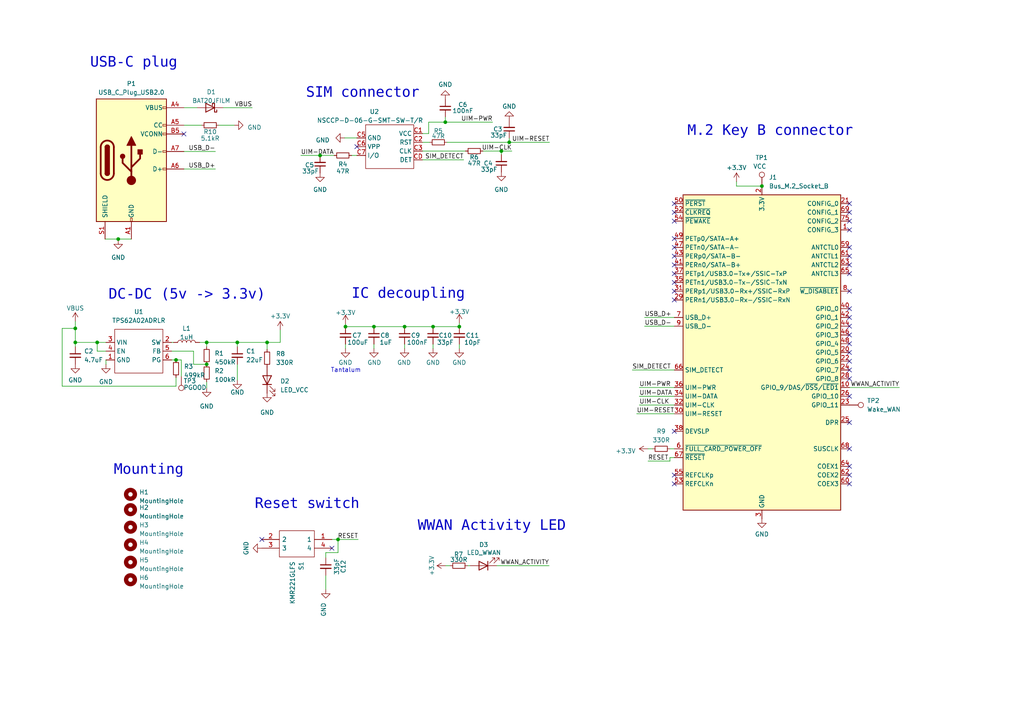
<source format=kicad_sch>
(kicad_sch (version 20230121) (generator eeschema)
  (paper "A4")
  (lib_symbols
    (symbol "Connector:Bus_M.2_Socket_B"
      (property "Reference" "J" (at -22.86 46.99 0))
      (property "Value" "Bus_M.2_Socket_B" (at 16.51 46.99 0))
      (symbol "Bus_M.2_Socket_B_0_1"
        (rectangle (start -22.86 45.72) (end 22.86 -45.72) (stroke (width 0.254)) (fill (type background)))
      )
      (symbol "Bus_M.2_Socket_B_1_1"
        (pin input line (at 25.4 35.56 180) (length 2.54) (name "CONFIG_3") (number "1"))
        (pin bidirectional line (at 25.4 -10.16 180) (length 2.54) (name "GPIO_9/DAS/~{DSS}/~{LED1}") (number "10"))
        (pin passive line (at 0 -48.26 90) (length 2.54) hide (name "GND") (number "11"))
        (pin power_in line (at 0 48.26 270) (length 2.54) (name "3.3V") (number "2"))
        (pin bidirectional line (at 25.4 0 180) (length 2.54) (name "GPIO_5") (number "20"))
        (pin input line (at 25.4 43.18 180) (length 2.54) (name "CONFIG_0") (number "21"))
        (pin bidirectional line (at 25.4 -2.54 180) (length 2.54) (name "GPIO_6") (number "22"))
        (pin bidirectional line (at 25.4 -15.24 180) (length 2.54) (name "GPIO_11") (number "23"))
        (pin bidirectional line (at 25.4 -5.08 180) (length 2.54) (name "GPIO_7") (number "24"))
        (pin output line (at 25.4 -20.32 180) (length 2.54) (name "DPR") (number "25"))
        (pin bidirectional line (at 25.4 -12.7 180) (length 2.54) (name "GPIO_10") (number "26"))
        (pin passive line (at 0 -48.26 90) (length 2.54) hide (name "GND") (number "27"))
        (pin bidirectional line (at 25.4 -7.62 180) (length 2.54) (name "GPIO_8") (number "28"))
        (pin input line (at -25.4 15.24 0) (length 2.54) (name "PERn1/USB3.0-Rx-/SSIC-RxN") (number "29"))
        (pin power_in line (at 0 -48.26 90) (length 2.54) (name "GND") (number "3"))
        (pin input line (at -25.4 -17.78 0) (length 2.54) (name "UIM-RESET") (number "30"))
        (pin input line (at -25.4 17.78 0) (length 2.54) (name "PERp1/USB3.0-Rx+/SSIC-RxP") (number "31"))
        (pin input line (at -25.4 -15.24 0) (length 2.54) (name "UIM-CLK") (number "32"))
        (pin passive line (at 0 -48.26 90) (length 2.54) hide (name "GND") (number "33"))
        (pin bidirectional line (at -25.4 -12.7 0) (length 2.54) (name "UIM-DATA") (number "34"))
        (pin output line (at -25.4 20.32 0) (length 2.54) (name "PETn1/USB3.0-Tx-/SSIC-TxN") (number "35"))
        (pin input line (at -25.4 -10.16 0) (length 2.54) (name "UIM-PWR") (number "36"))
        (pin output line (at -25.4 22.86 0) (length 2.54) (name "PETp1/USB3.0-Tx+/SSIC-TxP") (number "37"))
        (pin output line (at -25.4 -22.86 0) (length 2.54) (name "DEVSLP") (number "38"))
        (pin passive line (at 0 -48.26 90) (length 2.54) hide (name "GND") (number "39"))
        (pin passive line (at 0 48.26 270) (length 2.54) hide (name "3.3V") (number "4"))
        (pin bidirectional line (at 25.4 12.7 180) (length 2.54) (name "GPIO_0") (number "40"))
        (pin input line (at -25.4 25.4 0) (length 2.54) (name "PERn0/SATA-B+") (number "41"))
        (pin bidirectional line (at 25.4 10.16 180) (length 2.54) (name "GPIO_1") (number "42"))
        (pin input line (at -25.4 27.94 0) (length 2.54) (name "PERp0/SATA-B-") (number "43"))
        (pin bidirectional line (at 25.4 7.62 180) (length 2.54) (name "GPIO_2") (number "44"))
        (pin passive line (at 0 -48.26 90) (length 2.54) hide (name "GND") (number "45"))
        (pin bidirectional line (at 25.4 5.08 180) (length 2.54) (name "GPIO_3") (number "46"))
        (pin output line (at -25.4 30.48 0) (length 2.54) (name "PETn0/SATA-A-") (number "47"))
        (pin bidirectional line (at 25.4 2.54 180) (length 2.54) (name "GPIO_4") (number "48"))
        (pin output line (at -25.4 33.02 0) (length 2.54) (name "PETp0/SATA-A+") (number "49"))
        (pin passive line (at 0 -48.26 90) (length 2.54) hide (name "GND") (number "5"))
        (pin output line (at -25.4 43.18 0) (length 2.54) (name "~{PERST}") (number "50"))
        (pin passive line (at 0 -48.26 90) (length 2.54) hide (name "GND") (number "51"))
        (pin bidirectional line (at -25.4 40.64 0) (length 2.54) (name "~{CLKREQ}") (number "52"))
        (pin output line (at -25.4 -38.1 0) (length 2.54) (name "REFCLKn") (number "53"))
        (pin bidirectional line (at -25.4 38.1 0) (length 2.54) (name "~{PEWAKE}") (number "54"))
        (pin output line (at -25.4 -35.56 0) (length 2.54) (name "REFCLKp") (number "55"))
        (pin no_connect line (at 22.86 -43.18 180) (length 2.54) hide (name "NC") (number "56"))
        (pin passive line (at 0 -48.26 90) (length 2.54) hide (name "GND") (number "57"))
        (pin no_connect line (at 22.86 -40.64 180) (length 2.54) hide (name "NC") (number "58"))
        (pin input line (at 25.4 30.48 180) (length 2.54) (name "ANTCTL0") (number "59"))
        (pin output line (at -25.4 -27.94 0) (length 2.54) (name "~{FULL_CARD_POWER_OFF}") (number "6"))
        (pin bidirectional line (at 25.4 -38.1 180) (length 2.54) (name "COEX3") (number "60"))
        (pin input line (at 25.4 27.94 180) (length 2.54) (name "ANTCTL1") (number "61"))
        (pin bidirectional line (at 25.4 -35.56 180) (length 2.54) (name "COEX2") (number "62"))
        (pin input line (at 25.4 25.4 180) (length 2.54) (name "ANTCTL2") (number "63"))
        (pin bidirectional line (at 25.4 -33.02 180) (length 2.54) (name "COEX1") (number "64"))
        (pin input line (at 25.4 22.86 180) (length 2.54) (name "ANTCTL3") (number "65"))
        (pin output line (at -25.4 -5.08 0) (length 2.54) (name "SIM_DETECT") (number "66"))
        (pin output line (at -25.4 -30.48 0) (length 2.54) (name "~{RESET}") (number "67"))
        (pin output line (at 25.4 -27.94 180) (length 2.54) (name "SUSCLK") (number "68"))
        (pin input line (at 25.4 40.64 180) (length 2.54) (name "CONFIG_1") (number "69"))
        (pin bidirectional line (at -25.4 10.16 0) (length 2.54) (name "USB_D+") (number "7"))
        (pin passive line (at 0 48.26 270) (length 2.54) hide (name "3.3V") (number "70"))
        (pin passive line (at 0 -48.26 90) (length 2.54) hide (name "GND") (number "71"))
        (pin passive line (at 0 48.26 270) (length 2.54) hide (name "3.3V") (number "72"))
        (pin passive line (at 0 -48.26 90) (length 2.54) hide (name "GND") (number "73"))
        (pin passive line (at 0 48.26 270) (length 2.54) hide (name "3.3V") (number "74"))
        (pin input line (at 25.4 38.1 180) (length 2.54) (name "CONFIG_2") (number "75"))
        (pin output line (at 25.4 17.78 180) (length 2.54) (name "~{W_DISABLE1}") (number "8"))
        (pin bidirectional line (at -25.4 7.62 0) (length 2.54) (name "USB_D-") (number "9"))
      )
    )
    (symbol "Connector:TestPoint" (pin_numbers hide) (pin_names (offset 0.762) hide)
      (property "Reference" "TP" (at 0 6.858 0))
      (property "Value" "TestPoint" (at 0 5.08 0))
      (symbol "TestPoint_0_1"
        (circle (center 0 3.302) (radius 0.762))
      )
      (symbol "TestPoint_1_1"
        (pin passive line (at 0 0 90) (length 2.54) (name "1") (number "1"))
      )
    )
    (symbol "Connector:USB_C_Plug_USB2.0" (pin_names (offset 1.016))
      (property "Reference" "P" (at -10.16 19.05 0))
      (property "Value" "USB_C_Plug_USB2.0" (at 12.7 19.05 0))
      (symbol "USB_C_Plug_USB2.0_0_0"
        (rectangle (start -0.254 -17.78) (end 0.254 -16.764))
        (rectangle (start 10.16 -2.286) (end 9.144 -2.794))
        (rectangle (start 10.16 2.794) (end 9.144 2.286))
        (rectangle (start 10.16 7.874) (end 9.144 7.366))
        (rectangle (start 10.16 10.414) (end 9.144 9.906))
        (rectangle (start 10.16 15.494) (end 9.144 14.986))
      )
      (symbol "USB_C_Plug_USB2.0_0_1"
        (rectangle (start -10.16 17.78) (end 10.16 -17.78) (stroke (width 0.254)) (fill (type background)))
        (arc (start -8.89 -3.81) (mid -6.985 -5.7067) (end -5.08 -3.81) (stroke (width 0.508)))
        (arc (start -7.62 -3.81) (mid -6.985 -4.4423) (end -6.35 -3.81) (stroke (width 0.254)))
        (arc (start -7.62 -3.81) (mid -6.985 -4.4423) (end -6.35 -3.81) (stroke (width 0.254)) (fill (type outline)))
        (rectangle (start -7.62 -3.81) (end -6.35 3.81) (stroke (width 0.254)) (fill (type outline)))
        (arc (start -6.35 3.81) (mid -6.985 4.4423) (end -7.62 3.81) (stroke (width 0.254)))
        (arc (start -6.35 3.81) (mid -6.985 4.4423) (end -7.62 3.81) (stroke (width 0.254)) (fill (type outline)))
        (arc (start -5.08 3.81) (mid -6.985 5.7067) (end -8.89 3.81) (stroke (width 0.508)))
        (circle (center -2.54 1.143) (radius 0.635) (stroke (width 0.254)) (fill (type outline)))
        (circle (center 0 -5.842) (radius 1.27) (fill (type outline)))
        (polyline (pts (xy -8.89 -3.81) (xy -8.89 3.81)) (stroke (width 0.508)))
        (polyline (pts (xy -5.08 3.81) (xy -5.08 -3.81)) (stroke (width 0.508)))
        (polyline (pts (xy 0 -5.842) (xy 0 4.318)) (stroke (width 0.508)))
        (polyline (pts (xy 0 -3.302) (xy -2.54 -0.762) (xy -2.54 0.508)) (stroke (width 0.508)))
        (polyline (pts (xy 0 -2.032) (xy 2.54 0.508) (xy 2.54 1.778)) (stroke (width 0.508)))
        (polyline (pts (xy -1.27 4.318) (xy 0 6.858) (xy 1.27 4.318) (xy -1.27 4.318)) (stroke (width 0.254)) (fill (type outline)))
        (rectangle (start 1.905 1.778) (end 3.175 3.048) (stroke (width 0.254)) (fill (type outline)))
      )
      (symbol "USB_C_Plug_USB2.0_1_1"
        (pin passive line (at 0 -22.86 90) (length 5.08) (name "GND") (number "A1"))
        (pin passive line (at 0 -22.86 90) (length 5.08) hide (name "GND") (number "A12"))
        (pin passive line (at 15.24 15.24 180) (length 5.08) (name "VBUS") (number "A4"))
        (pin bidirectional line (at 15.24 10.16 180) (length 5.08) (name "CC") (number "A5"))
        (pin bidirectional line (at 15.24 -2.54 180) (length 5.08) (name "D+") (number "A6"))
        (pin bidirectional line (at 15.24 2.54 180) (length 5.08) (name "D-") (number "A7"))
        (pin passive line (at 15.24 15.24 180) (length 5.08) hide (name "VBUS") (number "A9"))
        (pin passive line (at 0 -22.86 90) (length 5.08) hide (name "GND") (number "B1"))
        (pin passive line (at 0 -22.86 90) (length 5.08) hide (name "GND") (number "B12"))
        (pin passive line (at 15.24 15.24 180) (length 5.08) hide (name "VBUS") (number "B4"))
        (pin bidirectional line (at 15.24 7.62 180) (length 5.08) (name "VCONN") (number "B5"))
        (pin passive line (at 15.24 15.24 180) (length 5.08) hide (name "VBUS") (number "B9"))
        (pin passive line (at -7.62 -22.86 90) (length 5.08) (name "SHIELD") (number "S1"))
      )
    )
    (symbol "Custom:KMR221GLFS" (pin_names (offset 0.762))
      (property "Reference" "S" (at 16.51 7.62 0))
      (property "Value" "KMR221GLFS" (at 16.51 5.08 0))
      (symbol "KMR221GLFS_0_0"
        (pin passive line (at 0 -2.54 0) (length 5.08) (name "1") (number "1"))
        (pin passive line (at 20.32 -2.54 180) (length 5.08) (name "2") (number "2"))
        (pin passive line (at 20.32 0 180) (length 5.08) (name "3") (number "3"))
        (pin passive line (at 0 0 0) (length 5.08) (name "4") (number "4"))
      )
      (symbol "KMR221GLFS_0_1"
        (polyline (pts (xy 5.08 2.54) (xy 15.24 2.54) (xy 15.24 -5.08) (xy 5.08 -5.08) (xy 5.08 2.54)) (stroke (width 0.1524)))
      )
    )
    (symbol "Device:C_Small" (pin_numbers hide) (pin_names (offset 0.254) hide)
      (property "Reference" "C" (at 0.254 1.778 0))
      (property "Value" "C_Small" (at 0.254 -2.032 0))
      (symbol "C_Small_0_1"
        (polyline (pts (xy -1.524 -0.508) (xy 1.524 -0.508)) (stroke (width 0.3302)))
        (polyline (pts (xy -1.524 0.508) (xy 1.524 0.508)) (stroke (width 0.3048)))
      )
      (symbol "C_Small_1_1"
        (pin passive line (at 0 2.54 270) (length 2.032) (name "~") (number "1"))
        (pin passive line (at 0 -2.54 90) (length 2.032) (name "~") (number "2"))
      )
    )
    (symbol "Device:D_Schottky" (pin_numbers hide) (pin_names (offset 1.016) hide)
      (property "Reference" "D" (at 0 2.54 0))
      (property "Value" "D_Schottky" (at 0 -2.54 0))
      (symbol "D_Schottky_0_1"
        (polyline (pts (xy 1.27 0) (xy -1.27 0)))
        (polyline (pts (xy 1.27 1.27) (xy 1.27 -1.27) (xy -1.27 0) (xy 1.27 1.27)) (stroke (width 0.254)))
        (polyline (pts (xy -1.905 0.635) (xy -1.905 1.27) (xy -1.27 1.27) (xy -1.27 -1.27) (xy -0.635 -1.27) (xy -0.635 -0.635)) (stroke (width 0.254)))
      )
      (symbol "D_Schottky_1_1"
        (pin passive line (at -3.81 0 0) (length 2.54) (name "K") (number "1"))
        (pin passive line (at 3.81 0 180) (length 2.54) (name "A") (number "2"))
      )
    )
    (symbol "Device:L" (pin_numbers hide) (pin_names (offset 1.016) hide)
      (property "Reference" "L" (at -1.27 0 90))
      (property "Value" "L" (at 1.905 0 90))
      (symbol "L_0_1"
        (arc (start 0 -2.54) (mid 0.6323 -1.905) (end 0 -1.27))
        (arc (start 0 -1.27) (mid 0.6323 -0.635) (end 0 0))
        (arc (start 0 0) (mid 0.6323 0.635) (end 0 1.27))
        (arc (start 0 1.27) (mid 0.6323 1.905) (end 0 2.54))
      )
      (symbol "L_1_1"
        (pin passive line (at 0 3.81 270) (length 1.27) (name "1") (number "1"))
        (pin passive line (at 0 -3.81 90) (length 1.27) (name "2") (number "2"))
      )
    )
    (symbol "Device:LED" (pin_numbers hide) (pin_names (offset 1.016) hide)
      (property "Reference" "D" (at 0 2.54 0))
      (property "Value" "LED" (at 0 -2.54 0))
      (symbol "LED_0_1"
        (polyline (pts (xy -1.27 -1.27) (xy -1.27 1.27)) (stroke (width 0.254)))
        (polyline (pts (xy -1.27 0) (xy 1.27 0)))
        (polyline (pts (xy 1.27 -1.27) (xy 1.27 1.27) (xy -1.27 0) (xy 1.27 -1.27)) (stroke (width 0.254)))
        (polyline (pts (xy -3.048 -0.762) (xy -4.572 -2.286) (xy -3.81 -2.286) (xy -4.572 -2.286) (xy -4.572 -1.524)))
        (polyline (pts (xy -1.778 -0.762) (xy -3.302 -2.286) (xy -2.54 -2.286) (xy -3.302 -2.286) (xy -3.302 -1.524)))
      )
      (symbol "LED_1_1"
        (pin passive line (at -3.81 0 0) (length 2.54) (name "K") (number "1"))
        (pin passive line (at 3.81 0 180) (length 2.54) (name "A") (number "2"))
      )
    )
    (symbol "Device:R_Small" (pin_numbers hide) (pin_names (offset 0.254) hide)
      (property "Reference" "R" (at 0.762 0.508 0))
      (property "Value" "R_Small" (at 0.762 -1.016 0))
      (symbol "R_Small_0_1"
        (rectangle (start -0.762 1.778) (end 0.762 -1.778) (stroke (width 0.2032)))
      )
      (symbol "R_Small_1_1"
        (pin passive line (at 0 2.54 270) (length 0.762) (name "~") (number "1"))
        (pin passive line (at 0 -2.54 90) (length 0.762) (name "~") (number "2"))
      )
    )
    (symbol "Mechanical:MountingHole" (pin_names (offset 1.016))
      (property "Reference" "H" (at 0 5.08 0))
      (property "Value" "MountingHole" (at 0 3.175 0))
      (symbol "MountingHole_0_1"
        (circle (center 0 0) (radius 1.27) (stroke (width 1.27)))
      )
    )
    (symbol "Roamer_lib:NSCCP-D-06-G-SMT-SW-T{slash}R"
      (property "Reference" "U" (at 3.175 -5.08 0))
      (property "Value" "NSCCP-D-06-G-SMT-SW-T{slash}R" (at -15.24 -5.08 0))
      (symbol "NSCCP-D-06-G-SMT-SW-T{slash}R_0_1"
        (rectangle (start -13.335 -20.955) (end 0.635 -8.255))
      )
      (symbol "NSCCP-D-06-G-SMT-SW-T{slash}R_1_1"
        (pin power_in line (at 3.175 -10.795 180) (length 2.54) (name "VCC") (number "C1"))
        (pin input line (at 3.175 -13.335 180) (length 2.54) (name "RST") (number "C2"))
        (pin input line (at 3.175 -15.875 180) (length 2.54) (name "CLK") (number "C3"))
        (pin passive line (at -15.875 -12.065 0) (length 2.54) (name "GND") (number "C5"))
        (pin input line (at -15.875 -14.605 0) (length 2.54) (name "VPP") (number "C6"))
        (pin bidirectional line (at -15.875 -17.145 0) (length 2.54) (name "I/O") (number "C7"))
        (pin output line (at 3.175 -18.415 180) (length 2.54) (name "DET") (number "CD"))
      )
    )
    (symbol "Roamer_lib:TPS62A02ADRLR"
      (property "Reference" "U" (at -3.81 -0.635 0))
      (property "Value" "TPS62A02ADRLR" (at -14.605 -0.635 0))
      (symbol "TPS62A02ADRLR_0_1"
        (rectangle (start -16.51 -3.81) (end -2.54 -16.51))
      )
      (symbol "TPS62A02ADRLR_1_1"
        (pin passive line (at -19.05 -12.7 0) (length 2.54) (name "GND") (number "1"))
        (pin power_out line (at 0 -7.62 180) (length 2.54) (name "SW") (number "2"))
        (pin power_in line (at -19.05 -7.62 0) (length 2.54) (name "VIN") (number "3"))
        (pin input line (at -19.05 -10.16 0) (length 2.54) (name "EN") (number "4"))
        (pin input line (at 0 -10.16 180) (length 2.54) (name "FB") (number "5"))
        (pin output line (at 0 -12.7 180) (length 2.54) (name "PG") (number "6"))
      )
    )
    (symbol "power:+3.3V" (power) (pin_names (offset 0))
      (property "Value" "+3.3V" (at 0 3.556 0))
      (symbol "+3.3V_0_1"
        (polyline (pts (xy -0.762 1.27) (xy 0 2.54)))
        (polyline (pts (xy 0 0) (xy 0 2.54)))
        (polyline (pts (xy 0 2.54) (xy 0.762 1.27)))
      )
      (symbol "+3.3V_1_1"
        (pin power_in line (at 0 0 90) (length 0) hide (name "+3.3V") (number "1"))
      )
    )
    (symbol "power:GND" (power) (pin_names (offset 0))
      (property "Value" "GND" (at 0 -3.81 0))
      (symbol "GND_0_1"
        (polyline (pts (xy 0 0) (xy 0 -1.27) (xy 1.27 -1.27) (xy 0 -2.54) (xy -1.27 -1.27) (xy 0 -1.27)))
      )
      (symbol "GND_1_1"
        (pin power_in line (at 0 0 270) (length 0) hide (name "GND") (number "1"))
      )
    )
    (symbol "power:VBUS" (power) (pin_names (offset 0))
      (property "Value" "VBUS" (at 0 3.81 0))
      (symbol "VBUS_0_1"
        (polyline (pts (xy -0.762 1.27) (xy 0 2.54)))
        (polyline (pts (xy 0 0) (xy 0 2.54)))
        (polyline (pts (xy 0 2.54) (xy 0.762 1.27)))
      )
      (symbol "VBUS_1_1"
        (pin power_in line (at 0 0 90) (length 0) hide (name "VBUS") (number "1"))
      )
    )
  )
  (junction (at 100.203 94.742))
  (junction (at 220.98 53.975))
  (junction (at 133.223 94.742))
  (junction (at 108.458 94.742))
  (junction (at 59.944 99.314))
  (junction (at 59.944 105.664))
  (junction (at 92.837 45.085))
  (junction (at 145.415 43.815))
  (junction (at 125.603 94.742))
  (junction (at 21.844 95.25))
  (junction (at 98.044 156.464))
  (junction (at 147.701 41.275))
  (junction (at 68.834 99.314))
  (junction (at 117.348 94.742))
  (junction (at 34.29 69.342))
  (junction (at 28.194 99.314))
  (junction (at 129.159 35.433))
  (junction (at 51.054 104.394))
  (junction (at 21.844 99.314))
  (junction (at 77.47 99.314))
  (no_connect (at 246.38 109.855))
  (no_connect (at 246.38 74.295))
  (no_connect (at 195.58 86.995))
  (no_connect (at 246.38 64.135))
  (no_connect (at 246.38 137.795))
  (no_connect (at 246.38 84.455))
  (no_connect (at 246.38 89.535))
  (no_connect (at 246.38 130.175))
  (no_connect (at 246.38 122.555))
  (no_connect (at 246.38 99.695))
  (no_connect (at 195.58 140.335))
  (no_connect (at 195.58 76.835))
  (no_connect (at 246.38 104.775))
  (no_connect (at 246.38 135.255))
  (no_connect (at 75.946 156.464))
  (no_connect (at 246.38 107.315))
  (no_connect (at 246.38 140.335))
  (no_connect (at 246.38 76.835))
  (no_connect (at 195.58 71.755))
  (no_connect (at 96.266 159.004))
  (no_connect (at 195.58 84.455))
  (no_connect (at 195.58 125.095))
  (no_connect (at 195.58 79.375))
  (no_connect (at 246.38 97.155))
  (no_connect (at 195.58 137.795))
  (no_connect (at 195.58 74.295))
  (no_connect (at 246.38 102.235))
  (no_connect (at 53.34 38.862))
  (no_connect (at 195.58 69.215))
  (no_connect (at 246.38 71.755))
  (no_connect (at 195.58 81.915))
  (no_connect (at 246.38 61.595))
  (no_connect (at 246.38 94.615))
  (no_connect (at 246.38 59.055))
  (no_connect (at 195.58 59.055))
  (no_connect (at 246.38 66.675))
  (no_connect (at 103.505 42.545))
  (no_connect (at 246.38 114.935))
  (no_connect (at 246.38 92.075))
  (no_connect (at 195.58 61.595))
  (no_connect (at 195.58 64.135))
  (no_connect (at 246.38 79.375))
  (wire (pts (xy 30.734 101.854) (xy 28.194 101.854)))
  (wire (pts (xy 51.054 112.014) (xy 51.054 109.474)))
  (wire (pts (xy 28.194 99.314) (xy 30.734 99.314)))
  (wire (pts (xy 122.555 43.815) (xy 135.001 43.815)))
  (wire (pts (xy 77.47 99.314) (xy 81.28 99.314)))
  (wire (pts (xy 98.044 156.464) (xy 98.044 160.274)))
  (wire (pts (xy 187.96 133.731) (xy 194.31 133.731)))
  (wire (pts (xy 145.415 44.831) (xy 145.415 43.815)))
  (wire (pts (xy 186.944 94.615) (xy 195.58 94.615)))
  (wire (pts (xy 144.018 164.084) (xy 159.258 164.084)))
  (wire (pts (xy 98.044 156.464) (xy 103.886 156.464)))
  (wire (pts (xy 185.42 112.395) (xy 195.58 112.395)))
  (wire (pts (xy 51.054 104.394) (xy 52.578 104.394)))
  (wire (pts (xy 124.333 35.433) (xy 129.159 35.433)))
  (wire (pts (xy 195.58 132.715) (xy 194.31 132.715)))
  (wire (pts (xy 28.194 101.854) (xy 28.194 99.314)))
  (wire (pts (xy 133.223 94.742) (xy 125.603 94.742)))
  (wire (pts (xy 63.5 36.322) (xy 67.945 36.322)))
  (wire (pts (xy 117.348 99.822) (xy 117.348 101.092)))
  (wire (pts (xy 213.614 52.705) (xy 213.614 53.975)))
  (wire (pts (xy 108.458 94.742) (xy 100.203 94.742)))
  (wire (pts (xy 185.42 117.475) (xy 195.58 117.475)))
  (wire (pts (xy 92.837 45.085) (xy 96.901 45.085)))
  (wire (pts (xy 129.159 33.909) (xy 129.159 35.433)))
  (wire (pts (xy 77.47 99.314) (xy 77.47 101.346)))
  (wire (pts (xy 52.578 104.394) (xy 52.578 109.22)))
  (wire (pts (xy 129.159 35.433) (xy 142.875 35.433)))
  (wire (pts (xy 185.42 114.935) (xy 195.58 114.935)))
  (wire (pts (xy 18.034 112.014) (xy 51.054 112.014)))
  (wire (pts (xy 59.944 99.314) (xy 59.944 100.584)))
  (wire (pts (xy 133.223 99.822) (xy 133.223 101.092)))
  (wire (pts (xy 147.701 41.275) (xy 159.385 41.275)))
  (wire (pts (xy 108.458 99.822) (xy 108.458 101.092)))
  (wire (pts (xy 183.388 107.315) (xy 195.58 107.315)))
  (wire (pts (xy 21.844 99.314) (xy 28.194 99.314)))
  (wire (pts (xy 246.38 112.395) (xy 260.858 112.395)))
  (wire (pts (xy 81.28 99.314) (xy 81.28 95.758)))
  (wire (pts (xy 21.844 93.218) (xy 21.844 95.25)))
  (wire (pts (xy 98.044 160.274) (xy 94.488 160.274)))
  (wire (pts (xy 30.48 69.342) (xy 34.29 69.342)))
  (wire (pts (xy 140.081 43.815) (xy 145.415 43.815)))
  (wire (pts (xy 125.603 94.742) (xy 117.348 94.742)))
  (wire (pts (xy 21.844 99.314) (xy 21.844 100.584)))
  (wire (pts (xy 100.203 99.822) (xy 100.203 101.092)))
  (wire (pts (xy 220.98 53.975) (xy 213.614 53.975)))
  (wire (pts (xy 59.944 99.314) (xy 68.834 99.314)))
  (wire (pts (xy 96.266 156.464) (xy 98.044 156.464)))
  (wire (pts (xy 189.23 130.175) (xy 187.96 130.175)))
  (wire (pts (xy 53.34 43.942) (xy 62.484 43.942)))
  (wire (pts (xy 101.981 45.085) (xy 103.505 45.085)))
  (wire (pts (xy 99.949 40.005) (xy 103.505 40.005)))
  (wire (pts (xy 100.203 93.98) (xy 100.203 94.742)))
  (wire (pts (xy 117.348 94.742) (xy 108.458 94.742)))
  (wire (pts (xy 68.834 99.314) (xy 68.834 100.584)))
  (wire (pts (xy 30.734 104.394) (xy 30.734 105.664)))
  (wire (pts (xy 122.555 46.355) (xy 134.493 46.355)))
  (wire (pts (xy 34.29 69.342) (xy 34.29 69.596)))
  (wire (pts (xy 133.223 93.726) (xy 133.223 94.742)))
  (wire (pts (xy 145.415 43.815) (xy 148.463 43.815)))
  (wire (pts (xy 184.658 120.015) (xy 195.58 120.015)))
  (wire (pts (xy 124.587 41.275) (xy 122.555 41.275)))
  (wire (pts (xy 18.034 112.014) (xy 18.034 95.25)))
  (wire (pts (xy 64.77 31.242) (xy 73.152 31.242)))
  (wire (pts (xy 130.556 164.084) (xy 129.286 164.084)))
  (wire (pts (xy 186.944 92.075) (xy 195.58 92.075)))
  (wire (pts (xy 129.667 41.275) (xy 147.701 41.275)))
  (wire (pts (xy 49.784 104.394) (xy 51.054 104.394)))
  (wire (pts (xy 56.134 101.854) (xy 56.134 105.664)))
  (wire (pts (xy 18.034 95.25) (xy 21.844 95.25)))
  (wire (pts (xy 122.555 38.735) (xy 124.333 38.735)))
  (wire (pts (xy 57.15 31.242) (xy 53.34 31.242)))
  (wire (pts (xy 68.834 110.236) (xy 68.834 105.664)))
  (wire (pts (xy 135.636 164.084) (xy 136.398 164.084)))
  (wire (pts (xy 53.34 49.022) (xy 62.484 49.022)))
  (wire (pts (xy 34.29 69.342) (xy 38.1 69.342)))
  (wire (pts (xy 49.784 99.314) (xy 50.292 99.314)))
  (wire (pts (xy 53.34 36.322) (xy 58.42 36.322)))
  (wire (pts (xy 68.834 99.314) (xy 77.47 99.314)))
  (wire (pts (xy 49.784 101.854) (xy 56.134 101.854)))
  (wire (pts (xy 124.333 38.735) (xy 124.333 35.433)))
  (wire (pts (xy 147.701 40.005) (xy 147.701 41.275)))
  (wire (pts (xy 125.603 99.822) (xy 125.603 101.092)))
  (wire (pts (xy 21.844 95.25) (xy 21.844 99.314)))
  (wire (pts (xy 94.488 170.942) (xy 94.488 166.878)))
  (wire (pts (xy 59.944 110.744) (xy 59.944 112.522)))
  (wire (pts (xy 194.31 133.731) (xy 194.31 132.715)))
  (wire (pts (xy 57.912 99.314) (xy 59.944 99.314)))
  (wire (pts (xy 56.134 105.664) (xy 59.944 105.664)))
  (wire (pts (xy 94.488 160.274) (xy 94.488 161.798)))
  (wire (pts (xy 87.249 45.085) (xy 92.837 45.085)))
  (wire (pts (xy 194.31 130.175) (xy 195.58 130.175)))
  (text "Reset switch\n" (at 73.914 148.844 0) (effects (font (size 3 3)) (justify left bottom)))
  (text "Tantalum" (at 95.885 108.204 0) (effects (font (size 1.27 1.27)) (justify left bottom)))
  (text "SIM connector\n" (at 88.773 29.591 0) (effects (font (size 3 3)) (justify left bottom)))
  (text "WWAN Activity LED\n" (at 121.158 155.194 0) (effects (font (size 3 3)) (justify left bottom)))
  (text "USB-C plug" (at 26.162 20.828 0) (effects (font (size 3 3)) (justify left bottom)))
  (text "IC decoupling\n" (at 101.981 87.884 0) (effects (font (size 3 3)) (justify left bottom)))
  (text "M.2 Key B connector" (at 199.39 40.64 0) (effects (font (size 3 3)) (justify left bottom)))
  (text "Mounting\n" (at 33.02 138.938 0) (effects (font (size 3 3)) (justify left bottom)))
  (text "DC-DC (5v -> 3.3v)\n" (at 31.496 88.138 0) (effects (font (size 3 3)) (justify left bottom)))
  (label "RESET" (at 103.886 156.464 180))
  (label "USB_D+" (at 186.944 92.075 0))
  (label "UIM-PWR" (at 142.875 35.433 180))
  (label "SIM_DETECT" (at 134.493 46.355 180))
  (label "UIM-CLK" (at 148.463 43.815 180))
  (label "WWAN_ACTIVITY" (at 159.258 164.084 180))
  (label "UIM-CLK" (at 185.42 117.475 0))
  (label "UIM-PWR" (at 185.42 112.395 0))
  (label "UIM-RESET" (at 184.658 120.015 0))
  (label "USB_D-" (at 186.944 94.615 0))
  (label "USB_D+" (at 62.484 49.022 180))
  (label "RESET" (at 187.96 133.731 0))
  (label "VBUS" (at 73.152 31.242 180))
  (label "USB_D-" (at 62.484 43.942 180))
  (label "WWAN_ACTIVITY" (at 260.858 112.395 180))
  (label "UIM-DATA" (at 87.249 45.085 0))
  (label "SIM_DETECT" (at 183.388 107.315 0))
  (label "UIM-DATA" (at 185.42 114.935 0))
  (label "UIM-RESET" (at 159.385 41.275 180))
  (symbol (lib_id "power:GND") (at 117.348 101.092 0) (unit 1)
    (property "Reference" "#PWR03" (effects hide))
    (property "Value" "GND" (at 119.253 105.156 0) (effects (justify right)))
  )
  (symbol (lib_id "Mechanical:MountingHole") (at 37.846 163.068 0) (unit 1)
    (property "Reference" "H5" (at 40.386 162.433 0) (effects (justify left)))
    (property "Value" "MountingHole" (at 40.386 164.973 0) (effects (justify left)))
    (property "Footprint" "MountingHole:MountingHole_2.2mm_M2" (effects hide))
  )
  (symbol (lib_id "Device:R_Small") (at 191.77 130.175 90) (unit 1)
    (property "Reference" "R9" (at 191.77 125.095 90))
    (property "Value" "330R" (at 191.77 127.635 90))
    (property "Footprint" "Resistor_SMD:R_0603_1608Metric" (effects hide))
  )
  (symbol (lib_id "Connector:USB_C_Plug_USB2.0") (at 38.1 46.482 0) (unit 1)
    (property "Reference" "P1" (at 38.1 24.257 0))
    (property "Value" "USB_C_Plug_USB2.0" (at 38.1 26.797 0))
    (property "Footprint" "Connector_USB:USB_C_Plug_Molex_105444" (effects hide))
    (property "Datasheet" "https://www.usb.org/sites/default/files/documents/usb_type-c.zip" (effects hide))
  )
  (symbol (lib_id "power:GND") (at 68.834 110.236 0) (unit 1)
    (property "Reference" "#PWR013" (effects hide))
    (property "Value" "GND" (at 68.834 113.792 0))
  )
  (symbol (lib_id "Device:R_Small") (at 137.541 43.815 90) (unit 1)
    (property "Reference" "R6" (at 137.541 45.593 90))
    (property "Value" "47R" (at 137.541 47.371 90))
    (property "Footprint" "Resistor_SMD:R_1206_3216Metric" (effects hide))
  )
  (symbol (lib_id "Connector:TestPoint") (at 52.578 109.22 180) (unit 1)
    (property "Reference" "TP3" (at 53.213 110.49 0) (effects (justify right)))
    (property "Value" "PGOOD" (at 53.213 112.395 0) (effects (justify right)))
    (property "Footprint" "TestPoint:TestPoint_Pad_1.0x1.0mm" (effects hide))
  )
  (symbol (lib_id "Device:C_Small") (at 94.488 164.338 0) (unit 1)
    (property "Reference" "C12" (at 99.568 164.338 90))
    (property "Value" "33pF" (at 97.663 164.338 90))
    (property "Footprint" "Capacitor_SMD:C_0603_1608Metric" (effects hide))
  )
  (symbol (lib_id "Mechanical:MountingHole") (at 37.846 147.828 0) (unit 1)
    (property "Reference" "H2" (at 40.386 147.193 0) (effects (justify left)))
    (property "Value" "MountingHole" (at 40.386 149.733 0) (effects (justify left)))
    (property "Footprint" "MountingHole:MountingHole_2.2mm_M2" (effects hide))
  )
  (symbol (lib_id "power:GND") (at 34.29 69.596 0) (unit 1)
    (property "Reference" "#PWR06" (effects hide))
    (property "Value" "GND" (at 34.29 74.676 0))
  )
  (symbol (lib_id "power:GND") (at 100.203 101.092 0) (unit 1)
    (property "Reference" "#PWR01" (effects hide))
    (property "Value" "GND" (at 102.235 105.156 0) (effects (justify right)))
  )
  (symbol (lib_id "power:+3.3V") (at 129.286 164.084 90) (unit 1)
    (property "Reference" "#PWR024" (effects hide))
    (property "Value" "+3.3V" (at 125.222 164.084 0))
  )
  (symbol (lib_id "power:GND") (at 220.98 150.495 0) (unit 1)
    (property "Reference" "#PWR022" (effects hide))
    (property "Value" "GND" (at 220.98 154.94 0))
  )
  (symbol (lib_id "Device:C_Small") (at 129.159 31.369 0) (unit 1)
    (property "Reference" "C6" (at 134.239 30.353 0))
    (property "Value" "100nF" (at 134.239 32.131 0))
    (property "Footprint" "Capacitor_SMD:C_0603_1608Metric" (effects hide))
  )
  (symbol (lib_id "power:GND") (at 21.844 105.664 0) (unit 1)
    (property "Reference" "#PWR011" (effects hide))
    (property "Value" "GND" (at 21.844 110.236 0))
  )
  (symbol (lib_id "power:GND") (at 30.734 105.664 0) (unit 1)
    (property "Reference" "#PWR010" (effects hide))
    (property "Value" "GND" (at 30.734 110.744 0))
  )
  (symbol (lib_id "Device:R_Small") (at 59.944 108.204 0) (unit 1)
    (property "Reference" "R2" (at 62.23 107.569 0) (effects (justify left)))
    (property "Value" "100kR" (at 62.23 110.109 0) (effects (justify left)))
    (property "Footprint" "Resistor_SMD:R_0805_2012Metric" (effects hide))
  )
  (symbol (lib_id "Mechanical:MountingHole") (at 37.846 152.908 0) (unit 1)
    (property "Reference" "H3" (at 40.386 152.273 0) (effects (justify left)))
    (property "Value" "MountingHole" (at 40.386 154.813 0) (effects (justify left)))
    (property "Footprint" "MountingHole:MountingHole_2.2mm_M2" (effects hide))
  )
  (symbol (lib_id "power:GND") (at 77.47 114.046 0) (unit 1)
    (property "Reference" "#PWR014" (effects hide))
    (property "Value" "GND" (at 77.47 119.634 0))
  )
  (symbol (lib_id "power:GND") (at 125.603 101.092 0) (unit 1)
    (property "Reference" "#PWR04" (effects hide))
    (property "Value" "GND" (at 127.635 105.156 0) (effects (justify right)))
  )
  (symbol (lib_id "Device:C_Small") (at 117.348 97.282 0) (unit 1)
    (property "Reference" "C9" (at 120.523 97.282 0))
    (property "Value" "100nF" (at 121.031 99.314 0))
    (property "Footprint" "Capacitor_SMD:C_0603_1608Metric" (effects hide))
  )
  (symbol (lib_id "Roamer_lib:NSCCP-D-06-G-SMT-SW-T{slash}R") (at 119.38 27.94 0) (unit 1)
    (property "Reference" "U2" (at 108.585 32.385 0))
    (property "Value" "NSCCP-D-06-G-SMT-SW-T/R" (at 107.315 34.925 0))
    (property "Footprint" "NSCCP-D-06-G-SMT-SW-T:NSCCP-D-06-G-SMT-SW-T&slash_R" (effects hide))
    (property "Datasheet" "https://www.digikey.co.uk/en/products/detail/adam-tech/NSCCP-D-06-G-SMT-SW-T-R/11689348" (effects hide))
  )
  (symbol (lib_id "Device:R_Small") (at 60.96 36.322 90) (unit 1)
    (property "Reference" "R10" (at 60.96 38.227 90))
    (property "Value" "5.1kR" (at 60.96 40.132 90))
    (property "Footprint" "Resistor_SMD:R_0603_1608Metric" (effects hide))
  )
  (symbol (lib_id "Device:C_Small") (at 125.603 97.282 0) (unit 1)
    (property "Reference" "C10" (at 129.159 97.282 0))
    (property "Value" "33pF" (at 129.159 99.314 0))
    (property "Footprint" "Capacitor_SMD:C_0603_1608Metric" (effects hide))
  )
  (symbol (lib_id "power:GND") (at 75.946 159.004 270) (unit 1)
    (property "Reference" "#PWR019" (effects hide))
    (property "Value" "GND" (at 71.374 159.004 0))
  )
  (symbol (lib_id "power:+3.3V") (at 133.223 93.726 0) (unit 1)
    (property "Reference" "#PWR017" (effects hide))
    (property "Value" "+3.3V" (at 133.223 90.424 0))
  )
  (symbol (lib_id "Device:D_Schottky") (at 60.96 31.242 180) (unit 1)
    (property "Reference" "D1" (at 61.2775 26.67 0))
    (property "Value" "BAT20JFILM" (at 61.2775 29.21 0))
    (property "Footprint" "Diode_SMD:D_SOD-323" (effects hide))
  )
  (symbol (lib_id "Device:C_Small") (at 21.844 103.124 0) (unit 1)
    (property "Reference" "C2" (at 24.384 101.8602 0) (effects (justify left)))
    (property "Value" "4.7uF" (at 24.384 104.4002 0) (effects (justify left)))
    (property "Footprint" "Capacitor_SMD:C_0603_1608Metric" (effects hide))
  )
  (symbol (lib_id "Device:L") (at 54.102 99.314 90) (unit 1)
    (property "Reference" "L1" (at 54.102 95.25 90))
    (property "Value" "1uH" (at 54.102 97.79 90))
    (property "Footprint" "Inductor_SMD:L_1008_2520Metric" (effects hide))
  )
  (symbol (lib_id "Device:C_Small") (at 92.837 47.625 180) (unit 1)
    (property "Reference" "C5" (at 89.789 47.879 0))
    (property "Value" "33pF" (at 90.043 49.657 0))
    (property "Footprint" "Capacitor_SMD:C_0603_1608Metric" (effects hide))
  )
  (symbol (lib_id "power:GND") (at 145.415 49.911 0) (unit 1)
    (property "Reference" "#PWR027" (effects hide))
    (property "Value" "GND" (at 145.415 54.991 0))
  )
  (symbol (lib_id "Device:R_Small") (at 99.441 45.085 270) (unit 1)
    (property "Reference" "R4" (at 99.441 47.625 90))
    (property "Value" "47R" (at 99.441 49.657 90))
    (property "Footprint" "Resistor_SMD:R_1206_3216Metric" (effects hide))
  )
  (symbol (lib_id "Device:C_Small") (at 68.834 103.124 0) (unit 1)
    (property "Reference" "C1" (at 71.374 101.8602 0) (effects (justify left)))
    (property "Value" "22uF" (at 71.374 104.4002 0) (effects (justify left)))
    (property "Footprint" "Capacitor_SMD:C_0603_1608Metric" (effects hide))
  )
  (symbol (lib_id "Connector:TestPoint") (at 246.38 117.475 270) (unit 1)
    (property "Reference" "TP2" (at 251.46 116.2049 90) (effects (justify left)))
    (property "Value" "Wake_WAN" (at 251.46 118.7449 90) (effects (justify left)))
    (property "Footprint" "TestPoint:TestPoint_Pad_1.0x1.0mm" (effects hide))
  )
  (symbol (lib_id "power:GND") (at 147.701 34.925 180) (unit 1)
    (property "Reference" "#PWR028" (effects hide))
    (property "Value" "GND" (at 147.701 30.861 0))
  )
  (symbol (lib_id "power:+3.3V") (at 213.614 52.705 0) (unit 1)
    (property "Reference" "#PWR023" (effects hide))
    (property "Value" "+3.3V" (at 213.614 48.641 0))
  )
  (symbol (lib_id "power:GND") (at 59.944 112.522 0) (unit 1)
    (property "Reference" "#PWR012" (effects hide))
    (property "Value" "GND" (at 59.944 117.856 0))
  )
  (symbol (lib_id "power:GND") (at 108.458 101.092 0) (unit 1)
    (property "Reference" "#PWR02" (effects hide))
    (property "Value" "GND" (at 110.617 105.156 0) (effects (justify right)))
  )
  (symbol (lib_id "Mechanical:MountingHole") (at 37.846 143.383 0) (unit 1)
    (property "Reference" "H1" (at 40.386 142.748 0) (effects (justify left)))
    (property "Value" "MountingHole" (at 40.386 145.288 0) (effects (justify left)))
    (property "Footprint" "MountingHole:MountingHole_2.2mm_M2" (effects hide))
  )
  (symbol (lib_id "Mechanical:MountingHole") (at 37.846 157.988 0) (unit 1)
    (property "Reference" "H4" (at 40.386 157.353 0) (effects (justify left)))
    (property "Value" "MountingHole" (at 40.386 159.893 0) (effects (justify left)))
    (property "Footprint" "MountingHole:MountingHole_2.2mm_M2" (effects hide))
  )
  (symbol (lib_id "power:+3.3V") (at 81.28 95.758 0) (unit 1)
    (property "Reference" "#PWR015" (effects hide))
    (property "Value" "+3.3V" (at 81.28 91.694 0))
  )
  (symbol (lib_id "power:GND") (at 94.488 170.942 0) (unit 1)
    (property "Reference" "#PWR020" (effects hide))
    (property "Value" "GND" (at 93.853 174.752 90) (effects (justify right)))
  )
  (symbol (lib_id "Connector:TestPoint") (at 220.98 53.975 0) (unit 1)
    (property "Reference" "TP1" (at 219.075 45.72 0) (effects (justify left)))
    (property "Value" "VCC" (at 218.44 48.26 0) (effects (justify left)))
    (property "Footprint" "TestPoint:TestPoint_Pad_1.0x1.0mm" (effects hide))
  )
  (symbol (lib_id "Device:R_Small") (at 127.127 41.275 90) (unit 1)
    (property "Reference" "R5" (at 127.127 37.973 90))
    (property "Value" "47R" (at 127.127 39.497 90))
    (property "Footprint" "Resistor_SMD:R_1206_3216Metric" (effects hide))
  )
  (symbol (lib_id "power:GND") (at 133.223 101.092 0) (unit 1)
    (property "Reference" "#PWR05" (effects hide))
    (property "Value" "GND" (at 135.255 105.156 0) (effects (justify right)))
  )
  (symbol (lib_id "power:GND") (at 129.159 28.829 180) (unit 1)
    (property "Reference" "#PWR025" (effects hide))
    (property "Value" "GND" (at 129.159 24.511 0))
  )
  (symbol (lib_id "power:GND") (at 92.837 50.165 0) (unit 1)
    (property "Reference" "#PWR026" (effects hide))
    (property "Value" "GND" (at 92.837 54.991 0))
  )
  (symbol (lib_id "Roamer_lib:TPS62A02ADRLR") (at 49.784 91.694 0) (unit 1)
    (property "Reference" "U1" (at 40.259 90.424 0))
    (property "Value" "TPS62A02ADRLR" (at 40.259 92.964 0))
    (property "Footprint" "TPS:SOTFL50P160X60-6N" (effects hide))
    (property "Datasheet" "https://www.ti.com/lit/ds/symlink/tps62a01a.pdf" (effects hide))
  )
  (symbol (lib_id "Device:R_Small") (at 59.944 103.124 0) (unit 1)
    (property "Reference" "R1" (at 62.23 102.489 0) (effects (justify left)))
    (property "Value" "450kR" (at 62.23 105.029 0) (effects (justify left)))
    (property "Footprint" "Resistor_SMD:R_0805_2012Metric" (effects hide))
  )
  (symbol (lib_id "Connector:Bus_M.2_Socket_B") (at 220.98 102.235 0) (unit 1)
    (property "Reference" "J1" (at 222.9994 51.435 0) (effects (justify left)))
    (property "Value" "Bus_M.2_Socket_B" (at 222.9994 53.975 0) (effects (justify left)))
    (property "Footprint" "NGFF:TE_2199119-3" (effects hide))
    (property "Datasheet" "http://read.pudn.com/downloads794/doc/project/3133918/PCIe_M.2_Electromechanical_Spec_Rev1.0_Final_11012013_RS_Clean.pdf#page=154" (effects hide))
  )
  (symbol (lib_id "power:GND") (at 67.945 36.322 90) (unit 1)
    (property "Reference" "#PWR08" (effects hide))
    (property "Value" "GND" (at 71.755 36.957 90) (effects (justify right)))
  )
  (symbol (lib_id "Device:R_Small") (at 51.054 106.934 0) (unit 1)
    (property "Reference" "R3" (at 53.34 106.299 0) (effects (justify left)))
    (property "Value" "499kR" (at 53.34 108.839 0) (effects (justify left)))
    (property "Footprint" "Resistor_SMD:R_0805_2012Metric" (effects hide))
  )
  (symbol (lib_id "power:+3.3V") (at 187.96 130.175 90) (unit 1)
    (property "Reference" "#PWR021" (effects hide))
    (property "Value" "+3.3V" (at 184.404 130.81 90) (effects (justify left)))
  )
  (symbol (lib_id "Device:C_Small") (at 147.701 37.465 180) (unit 1)
    (property "Reference" "C3" (at 144.399 37.465 0))
    (property "Value" "33pF" (at 144.653 39.243 0))
    (property "Footprint" "Capacitor_SMD:C_0603_1608Metric" (effects hide))
  )
  (symbol (lib_id "Device:C_Small") (at 100.203 97.282 0) (unit 1)
    (property "Reference" "C7" (at 103.505 97.282 0))
    (property "Value" "100uF" (at 103.759 99.314 0))
    (property "Footprint" "Capacitor_SMD:C_0603_1608Metric" (effects hide))
  )
  (symbol (lib_id "Device:R_Small") (at 133.096 164.084 90) (unit 1)
    (property "Reference" "R7" (at 134.366 160.782 90) (effects (justify left)))
    (property "Value" "330R" (at 135.636 162.306 90) (effects (justify left)))
    (property "Footprint" "Resistor_SMD:R_0603_1608Metric" (effects hide))
  )
  (symbol (lib_id "Mechanical:MountingHole") (at 37.846 168.148 0) (unit 1)
    (property "Reference" "H6" (at 40.386 167.513 0) (effects (justify left)))
    (property "Value" "MountingHole" (at 40.386 170.053 0) (effects (justify left)))
    (property "Footprint" "MountingHole:MountingHole_2.2mm_M2" (effects hide))
  )
  (symbol (lib_id "power:+3.3V") (at 100.203 93.98 0) (unit 1)
    (property "Reference" "#PWR016" (effects hide))
    (property "Value" "+3.3V" (at 100.203 90.678 0))
  )
  (symbol (lib_id "Custom:KMR221GLFS") (at 96.266 159.004 180) (unit 1)
    (property "Reference" "S1" (at 87.3761 162.814 90) (effects (justify left)))
    (property "Value" "KMR221GLFS" (at 84.8361 162.814 90) (effects (justify left)))
    (property "Footprint" "KMR:KMR2_1" (effects hide))
    (property "Datasheet" "https://www.ckswitches.com/media/1479/kmr2.pdf" (effects hide))
    (property "Description" "KMR221GLFS (Tactile Switches)" (effects hide))
    (property "Mouser Part Number" "611-KMR221G-LFS" (effects hide))
    (property "Mouser Price/Stock" "https://www.mouser.co.uk/ProductDetail/CK/KMR221GLFS?qs=sb%252But3Lm4x2RtkMQYdEYMA%3D%3D" (effects hide))
    (property "Manufacturer_Name" "C & K COMPONENTS" (effects hide))
    (property "Manufacturer_Part_Number" "KMR221GLFS" (effects hide))
  )
  (symbol (lib_id "Device:LED") (at 77.47 110.236 90) (unit 1)
    (property "Reference" "D2" (at 81.28 110.5534 90) (effects (justify right)))
    (property "Value" "LED_VCC" (at 81.28 113.0934 90) (effects (justify right)))
    (property "Footprint" "Diode_SMD:D_0402_1005Metric" (effects hide))
  )
  (symbol (lib_id "Device:C_Small") (at 145.415 47.371 180) (unit 1)
    (property "Reference" "C4" (at 141.605 47.371 0))
    (property "Value" "33pF" (at 141.859 49.149 0))
    (property "Footprint" "Capacitor_SMD:C_0603_1608Metric" (effects hide))
  )
  (symbol (lib_id "Device:LED") (at 140.208 164.084 180) (unit 1)
    (property "Reference" "D3" (at 138.938 157.988 0) (effects (justify right)))
    (property "Value" "LED_WWAN" (at 135.382 160.274 0) (effects (justify right)))
    (property "Footprint" "Diode_SMD:D_0402_1005Metric" (effects hide))
  )
  (symbol (lib_id "power:VBUS") (at 21.844 93.218 0) (unit 1)
    (property "Reference" "#PWR09" (effects hide))
    (property "Value" "VBUS" (at 21.844 89.408 0))
  )
  (symbol (lib_id "power:GND") (at 99.949 40.005 270) (unit 1)
    (property "Reference" "#PWR018" (effects hide))
    (property "Value" "GND" (at 95.631 40.64 90) (effects (justify right)))
  )
  (symbol (lib_id "Device:C_Small") (at 133.223 97.282 0) (unit 1)
    (property "Reference" "C11" (at 137.033 97.282 0))
    (property "Value" "10pF" (at 137.033 99.314 0))
    (property "Footprint" "Capacitor_SMD:C_0603_1608Metric" (effects hide))
  )
  (symbol (lib_id "Device:R_Small") (at 77.47 103.886 0) (unit 1)
    (property "Reference" "R8" (at 80.01 102.6159 0) (effects (justify left)))
    (property "Value" "330R" (at 80.01 105.1559 0) (effects (justify left)))
    (property "Footprint" "Resistor_SMD:R_0603_1608Metric" (effects hide))
  )
  (symbol (lib_id "Device:C_Small") (at 108.458 97.282 0) (unit 1)
    (property "Reference" "C8" (at 111.633 97.282 0))
    (property "Value" "1uF" (at 111.887 99.314 0))
    (property "Footprint" "Capacitor_SMD:C_0603_1608Metric" (effects hide))
  )
)
</source>
